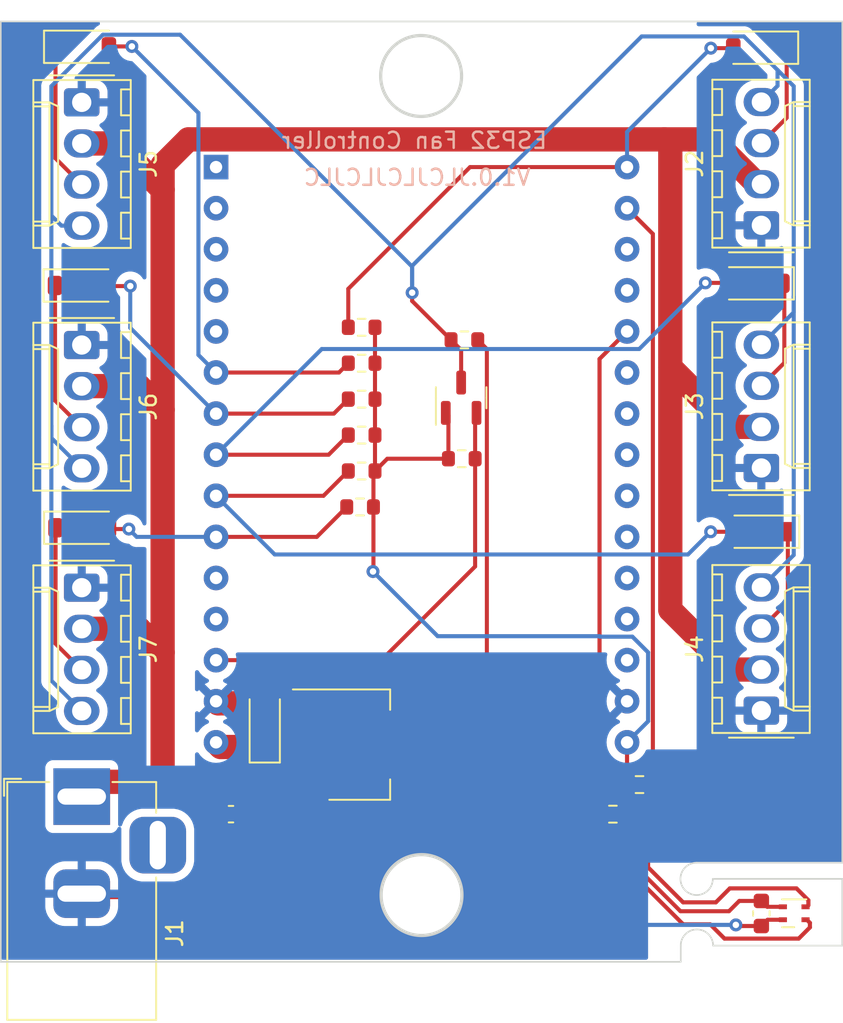
<source format=kicad_pcb>
(kicad_pcb (version 20221018) (generator pcbnew)
  (layers (0 "F.Cu" signal) (31 "B.Cu" signal) (34 "B.Paste" user) (35 "F.Paste" user) (36 "B.SilkS" user "B.Silkscreen") (37 "F.SilkS" user "F.Silkscreen") (38 "B.Mask" user) (39 "F.Mask" user) (44 "Edge.Cuts" user))
  (net 0 "")
  (net 1 "+3.3V")
  (net 2 "GND")
  (net 3 "+12V")
  (net 4 "+5V")
  (net 5 "Net-(D1-K)")
  (net 6 "TACO_1")
  (net 7 "Net-(D2-K)")
  (net 8 "TACO_2")
  (net 9 "Net-(D3-K)")
  (net 10 "TACO_3")
  (net 11 "Net-(D4-K)")
  (net 12 "TACO_4")
  (net 13 "Net-(D5-K)")
  (net 14 "TACO_5")
  (net 15 "Net-(D6-K)")
  (net 16 "TACO_6")
  (net 17 "PWM_OUT")
  (net 18 "PWM_1")
  (net 19 "SDA")
  (net 20 "SCL")
  (footprint "Capacitor_Tantalum_SMD:CP_EIA-3216-18_Kemet-A" (layer "F.Cu") (at 36.311102 63.498734 90)
    (fp_text reference "C4")
    (fp_text value "10uF")
    (pad "1" smd roundrect (at -1.35 0 90) (size 1.4 1.35) (layers "F.Cu" "F.Paste" "F.Mask") (roundrect_rratio 0.1851851852) (net 4 "+5V"))
    (pad "2" smd roundrect (at 1.35 0 90) (size 1.4 1.35) (layers "F.Cu" "F.Paste" "F.Mask") (roundrect_rratio 0.1851851852) (net 2 "GND"))
  )
  (footprint "Capacitor_SMD:C_0603_1608Metric" (layer "F.Cu") (at 34.225 69 180)
    (fp_text reference "C3" hide)
    (fp_text value "10uF")
    (pad "1" smd roundrect (at -0.775 0 180) (size 0.9 0.95) (layers "F.Cu" "F.Paste" "F.Mask") (net 3 "+12V"))
    (pad "2" smd roundrect (at 0.775 0 180) (size 0.9 0.95) (layers "F.Cu" "F.Paste" "F.Mask") (net 2 "GND"))
  )
  (footprint "ESP32:esp32_devkit_v1_doit" (layer "F.Cu") (at 46 29)
    (fp_text reference "U4" hide)
    (fp_text value "ESP32_DevKit_V1_DOIT" hide)
    (pad "1" thru_hole rect (at -12.7 0) (size 1.524 1.524) (drill 0.762) (layers "*.Cu" "*.Mask"))
    (pad "2" thru_hole circle (at -12.7 2.54) (size 1.524 1.524) (drill 0.762) (layers "*.Cu" "*.Mask"))
    (pad "3" thru_hole circle (at -12.7 5.08) (size 1.524 1.524) (drill 0.762) (layers "*.Cu" "*.Mask"))
    (pad "4" thru_hole circle (at -12.7 7.62) (size 1.524 1.524) (drill 0.762) (layers "*.Cu" "*.Mask"))
    (pad "5" thru_hole circle (at -12.7 10.16) (size 1.524 1.524) (drill 0.762) (layers "*.Cu" "*.Mask"))
    (pad "6" thru_hole circle (at -12.7 12.7) (size 1.524 1.524) (drill 0.762) (layers "*.Cu" "*.Mask") (net 12 "TACO_4"))
    (pad "7" thru_hole circle (at -12.7 15.24) (size 1.524 1.524) (drill 0.762) (layers "*.Cu" "*.Mask") (net 14 "TACO_5"))
    (pad "8" thru_hole circle (at -12.7 17.78) (size 1.524 1.524) (drill 0.762) (layers "*.Cu" "*.Mask") (net 8 "TACO_2"))
    (pad "9" thru_hole circle (at -12.7 20.32) (size 1.524 1.524) (drill 0.762) (layers "*.Cu" "*.Mask") (net 10 "TACO_3"))
    (pad "10" thru_hole circle (at -12.7 22.86) (size 1.524 1.524) (drill 0.762) (layers "*.Cu" "*.Mask") (net 16 "TACO_6"))
    (pad "11" thru_hole circle (at -12.7 25.4) (size 1.524 1.524) (drill 0.762) (layers "*.Cu" "*.Mask"))
    (pad "12" thru_hole circle (at -12.7 27.94) (size 1.524 1.524) (drill 0.762) (layers "*.Cu" "*.Mask"))
    (pad "13" thru_hole circle (at -12.7 30.48) (size 1.524 1.524) (drill 0.762) (layers "*.Cu" "*.Mask") (net 18 "PWM_1"))
    (pad "14" thru_hole circle (at -12.7 33.02) (size 1.524 1.524) (drill 0.762) (layers "*.Cu" "*.Mask") (net 2 "GND"))
    (pad "15" thru_hole circle (at -12.7 35.56) (size 1.524 1.524) (drill 0.762) (layers "*.Cu" "*.Mask") (net 4 "+5V"))
    (pad "16" thru_hole circle (at 12.7 35.56) (size 1.524 1.524) (drill 0.762) (layers "*.Cu" "*.Mask") (net 1 "+3.3V"))
    (pad "17" thru_hole circle (at 12.7 33.02) (size 1.524 1.524) (drill 0.762) (layers "*.Cu" "*.Mask") (net 2 "GND"))
    (pad "18" thru_hole circle (at 12.7 30.48) (size 1.524 1.524) (drill 0.762) (layers "*.Cu" "*.Mask"))
    (pad "19" thru_hole circle (at 12.7 27.94) (size 1.524 1.524) (drill 0.762) (layers "*.Cu" "*.Mask"))
    (pad "20" thru_hole circle (at 12.7 25.4) (size 1.524 1.524) (drill 0.762) (layers "*.Cu" "*.Mask"))
    (pad "21" thru_hole circle (at 12.7 22.86) (size 1.524 1.524) (drill 0.762) (layers "*.Cu" "*.Mask"))
    (pad "22" thru_hole circle (at 12.7 20.32) (size 1.524 1.524) (drill 0.762) (layers "*.Cu" "*.Mask"))
    (pad "23" thru_hole circle (at 12.7 17.78) (size 1.524 1.524) (drill 0.762) (layers "*.Cu" "*.Mask"))
    (pad "24" thru_hole circle (at 12.7 15.24) (size 1.524 1.524) (drill 0.762) (layers "*.Cu" "*.Mask"))
    (pad "25" thru_hole circle (at 12.7 12.7) (size 1.524 1.524) (drill 0.762) (layers "*.Cu" "*.Mask"))
    (pad "26" thru_hole circle (at 12.7 10.16) (size 1.524 1.524) (drill 0.762) (layers "*.Cu" "*.Mask") (net 19 "SDA"))
    (pad "27" thru_hole circle (at 12.7 7.62) (size 1.524 1.524) (drill 0.762) (layers "*.Cu" "*.Mask"))
    (pad "28" thru_hole circle (at 12.7 5.08) (size 1.524 1.524) (drill 0.762) (layers "*.Cu" "*.Mask"))
    (pad "29" thru_hole circle (at 12.7 2.54) (size 1.524 1.524) (drill 0.762) (layers "*.Cu" "*.Mask") (net 20 "SCL"))
    (pad "30" thru_hole circle (at 12.7 0) (size 1.524 1.524) (drill 0.762) (layers "*.Cu" "*.Mask") (net 6 "TACO_1"))
  )
  (footprint "Resistor_SMD:R_0603_1608Metric" (layer "F.Cu") (at 42.203176 50.009615)
    (fp_text reference "R10")
    (fp_text value "10K")
    (pad "1" smd roundrect (at -0.825 0) (size 0.8 0.95) (layers "F.Cu" "F.Paste" "F.Mask") (net 16 "TACO_6"))
    (pad "2" smd roundrect (at 0.825 0) (size 0.8 0.95) (layers "F.Cu" "F.Paste" "F.Mask") (net 1 "+3.3V"))
  )
  (footprint "Resistor_SMD:R_0603_1608Metric" (layer "F.Cu") (at 42.299 41.124323)
    (fp_text reference "R8")
    (fp_text value "10K")
    (pad "1" smd roundrect (at -0.825 0) (size 0.8 0.95) (layers "F.Cu" "F.Paste" "F.Mask") (net 12 "TACO_4"))
    (pad "2" smd roundrect (at 0.825 0) (size 0.8 0.95) (layers "F.Cu" "F.Paste" "F.Mask") (net 1 "+3.3V"))
  )
  (footprint "Diode_SMD:D_SOD-123" (layer "F.Cu") (at 25 36.319623)
    (fp_text reference "D5" hide)
    (fp_text value "1N4148")
    (pad "1" smd roundrect (at -1.65 0) (size 0.9 1.2) (layers "F.Cu" "F.Paste" "F.Mask") (net 13 "Net-(D5-K)"))
    (pad "2" smd roundrect (at 1.65 0) (size 0.9 1.2) (layers "F.Cu" "F.Paste" "F.Mask") (net 14 "TACO_5"))
  )
  (footprint "Resistor_SMD:R_0603_1608Metric" (layer "F.Cu") (at 57.825 69 180)
    (fp_text reference "R4" hide)
    (fp_text value "2.4K")
    (pad "1" smd roundrect (at -0.825 0 180) (size 0.8 0.95) (layers "F.Cu" "F.Paste" "F.Mask") (net 1 "+3.3V"))
    (pad "2" smd roundrect (at 0.825 0 180) (size 0.8 0.95) (layers "F.Cu" "F.Paste" "F.Mask") (net 19 "SDA"))
  )
  (footprint "Resistor_SMD:R_0603_1608Metric" (layer "F.Cu") (at 42.299 43.345646)
    (fp_text reference "R9")
    (fp_text value "10K")
    (pad "1" smd roundrect (at -0.825 0) (size 0.8 0.95) (layers "F.Cu" "F.Paste" "F.Mask") (net 14 "TACO_5"))
    (pad "2" smd roundrect (at 0.825 0) (size 0.8 0.95) (layers "F.Cu" "F.Paste" "F.Mask") (net 1 "+3.3V"))
  )
  (footprint "Resistor_SMD:R_0603_1608Metric" (layer "F.Cu") (at 59.470648 67.171351 180)
    (fp_text reference "R5" hide)
    (fp_text value "2.4K")
    (pad "1" smd roundrect (at -0.825 0 180) (size 0.8 0.95) (layers "F.Cu" "F.Paste" "F.Mask") (net 20 "SCL"))
    (pad "2" smd roundrect (at 0.825 0 180) (size 0.8 0.95) (layers "F.Cu" "F.Paste" "F.Mask") (net 1 "+3.3V"))
  )
  (footprint "Diode_SMD:D_SOD-123" (layer "F.Cu") (at 66.65 36.186988 180)
    (fp_text reference "D2" hide)
    (fp_text value "1N4148")
    (pad "1" smd roundrect (at -1.65 0 180) (size 0.9 1.2) (layers "F.Cu" "F.Paste" "F.Mask") (net 7 "Net-(D2-K)"))
    (pad "2" smd roundrect (at 1.65 0 180) (size 0.9 1.2) (layers "F.Cu" "F.Paste" "F.Mask") (net 8 "TACO_2"))
  )
  (footprint "Connector_Molex:Molex_KK-254_AE-6410-04A_1x04_P2.54mm_Vertical" (layer "F.Cu") (at 25 40 -90)
    (fp_text reference "J6" (at 3.81 -4.12 90) (layer "F.SilkS"))
    (fp_text value "Conn_01x04_Pin")
    (pad "1" thru_hole roundrect (at 0 0 270) (size 1.74 2.19) (drill 1.19) (layers "*.Cu" "*.Mask") (roundrect_rratio 0.1436781609) (net 2 "GND"))
    (pad "2" thru_hole oval (at 2.54 0 270) (size 1.74 2.19) (drill 1.19) (layers "*.Cu" "*.Mask") (net 3 "+12V"))
    (pad "3" thru_hole oval (at 5.08 0 270) (size 1.74 2.19) (drill 1.19) (layers "*.Cu" "*.Mask") (net 13 "Net-(D5-K)"))
    (pad "4" thru_hole oval (at 7.62 0 270) (size 1.74 2.19) (drill 1.19) (layers "*.Cu" "*.Mask") (net 17 "PWM_OUT"))
  )
  (footprint "Connector_Molex:Molex_KK-254_AE-6410-04A_1x04_P2.54mm_Vertical" (layer "F.Cu") (at 67 62.6 90)
    (fp_text reference "J4" (at 3.81 -4.12 90) (layer "F.SilkS"))
    (fp_text value "Conn_01x04_Pin")
    (pad "1" thru_hole roundrect (at 0 0 90) (size 1.74 2.19) (drill 1.19) (layers "*.Cu" "*.Mask") (roundrect_rratio 0.1436781609) (net 2 "GND"))
    (pad "2" thru_hole oval (at 2.54 0 90) (size 1.74 2.19) (drill 1.19) (layers "*.Cu" "*.Mask") (net 3 "+12V"))
    (pad "3" thru_hole oval (at 5.08 0 90) (size 1.74 2.19) (drill 1.19) (layers "*.Cu" "*.Mask") (net 9 "Net-(D3-K)"))
    (pad "4" thru_hole oval (at 7.62 0 90) (size 1.74 2.19) (drill 1.19) (layers "*.Cu" "*.Mask") (net 17 "PWM_OUT"))
  )
  (footprint "Resistor_SMD:R_0603_1608Metric" (layer "F.Cu") (at 48.4865 47.027992 180)
    (fp_text reference "R3")
    (fp_text value "10K")
    (pad "1" smd roundrect (at -0.825 0 180) (size 0.8 0.95) (layers "F.Cu" "F.Paste" "F.Mask") (net 18 "PWM_1"))
    (pad "2" smd roundrect (at 0.825 0 180) (size 0.8 0.95) (layers "F.Cu" "F.Paste" "F.Mask") (net 1 "+3.3V"))
  )
  (footprint "Sensor_Humidity:Sensirion_DFN-4_1.5x1.5mm_P0.8mm_SHT4x_NoCentralPad" (layer "F.Cu") (at 69.030258 75.126206 180)
    (fp_text reference "U3" hide)
    (fp_text value "SHT4x" hide)
    (pad "1" smd rect (at -0.7 -0.4 180) (size 0.5 0.3) (layers "F.Cu" "F.Paste" "F.Mask") (net 19 "SDA"))
    (pad "2" smd rect (at -0.7 0.4 180) (size 0.5 0.3) (layers "F.Cu" "F.Paste" "F.Mask") (net 20 "SCL"))
    (pad "3" smd rect (at 0.7 0.4 180) (size 0.5 0.3) (layers "F.Cu" "F.Paste" "F.Mask") (net 1 "+3.3V"))
    (pad "4" smd rect (at 0.7 -0.4 180) (size 0.5 0.3) (layers "F.Cu" "F.Paste" "F.Mask") (net 2 "GND"))
    (zone (net 0) (net_name "") (layer "F.Cu") (connect_pads (clearance 0)) (min_thickness 0.254)
      (keepout (tracks not_allowed) (vias not_allowed) (pads allowed) (copperpour not_allowed) (footprints allowed))
      (fill (thermal_gap 0.508) (thermal_bridge_width 0.508))
      (polygon (pts (xy 68.280258 75.676206) (xy 68.580258 75.676206) (xy 68.580258 75.376206) (xy 68.280258 75.376206) (xy 68.280258 74.876206) (xy 68.580258 74.876206) (xy 68.580258 74.576206) (xy 68.280258 74.576206) (xy 68.280258 74.376206) (xy 69.780258 74.376206) (xy 69.780258 74.576206) (xy 69.480258 74.576206) (xy 69.480258 74.876206) (xy 69.780258 74.876206) (xy 69.780258 75.376206) (xy 69.480258 75.376206) (xy 69.480258 75.676206) (xy 69.780258 75.676206) (xy 69.780258 75.876206) (xy 68.280258 75.876206)))
    )
  )
  (footprint "Diode_SMD:D_SOD-123" (layer "F.Cu") (at 25.030181 21.564682)
    (fp_text reference "D4" hide)
    (fp_text value "1N4148")
    (pad "1" smd roundrect (at -1.65 0) (size 0.9 1.2) (layers "F.Cu" "F.Paste" "F.Mask") (net 11 "Net-(D4-K)"))
    (pad "2" smd roundrect (at 1.65 0) (size 0.9 1.2) (layers "F.Cu" "F.Paste" "F.Mask") (net 12 "TACO_4"))
  )
  (footprint "Package_TO_SOT_SMD:SOT-23" (layer "F.Cu") (at 48.448 43.2585 90)
    (fp_text reference "Q1")
    (fp_text value "2N7002")
    (pad "1" smd roundrect (at -0.9375 -0.95 90) (size 1.475 0.6) (layers "F.Cu" "F.Paste" "F.Mask") (net 1 "+3.3V"))
    (pad "2" smd roundrect (at -0.9375 0.95 90) (size 1.475 0.6) (layers "F.Cu" "F.Paste" "F.Mask") (net 18 "PWM_1"))
    (pad "3" smd roundrect (at 0.9375 0 90) (size 1.475 0.6) (layers "F.Cu" "F.Paste" "F.Mask") (net 17 "PWM_OUT"))
  )
  (footprint "Resistor_SMD:R_0603_1608Metric" (layer "F.Cu") (at 42.299 38.903)
    (fp_text reference "R1")
    (fp_text value "10K")
    (pad "1" smd roundrect (at -0.825 0) (size 0.8 0.95) (layers "F.Cu" "F.Paste" "F.Mask") (net 6 "TACO_1"))
    (pad "2" smd roundrect (at 0.825 0) (size 0.8 0.95) (layers "F.Cu" "F.Paste" "F.Mask") (net 1 "+3.3V"))
  )
  (footprint "Diode_SMD:D_SOD-123" (layer "F.Cu") (at 25.033759 51.295199)
    (fp_text reference "D6" hide)
    (fp_text value "1N4148")
    (pad "1" smd roundrect (at -1.65 0) (size 0.9 1.2) (layers "F.Cu" "F.Paste" "F.Mask") (net 15 "Net-(D6-K)"))
    (pad "2" smd roundrect (at 1.65 0) (size 0.9 1.2) (layers "F.Cu" "F.Paste" "F.Mask") (net 16 "TACO_6"))
  )
  (footprint "Connector_BarrelJack:BarrelJack_Horizontal" (layer "F.Cu") (at 25 67.914 90)
    (fp_text reference "J1" (at -8.45 5.75 90) (layer "F.SilkS"))
    (fp_text value "Barrel_Jack" hide)
    (pad "1" thru_hole rect (at 0 0 90) (size 3.5 3.5) (drill oval 1 3) (layers "*.Cu" "*.Mask") (net 3 "+12V"))
    (pad "2" thru_hole roundrect (at -6 0 90) (size 3 3.5) (drill oval 1 3) (layers "*.Cu" "*.Mask") (net 2 "GND"))
    (pad "3" thru_hole roundrect (at -3 4.7 90) (size 3.5 3.5) (drill oval 3 1) (layers "*.Cu" "*.Mask"))
  )
  (footprint "Diode_SMD:D_SOD-123" (layer "F.Cu") (at 66.986195 51.539596 180)
    (fp_text reference "D3" hide)
    (fp_text value "1N4148")
    (pad "1" smd roundrect (at -1.65 0 180) (size 0.9 1.2) (layers "F.Cu" "F.Paste" "F.Mask") (net 9 "Net-(D3-K)"))
    (pad "2" smd roundrect (at 1.65 0 180) (size 0.9 1.2) (layers "F.Cu" "F.Paste" "F.Mask") (net 10 "TACO_3"))
  )
  (footprint "Resistor_SMD:R_0603_1608Metric" (layer "F.Cu") (at 48.649 39.68383)
    (fp_text reference "R2")
    (fp_text value "10K")
    (pad "1" smd roundrect (at -0.825 0) (size 0.8 0.95) (layers "F.Cu" "F.Paste" "F.Mask") (net 17 "PWM_OUT"))
    (pad "2" smd roundrect (at 0.825 0) (size 0.8 0.95) (layers "F.Cu" "F.Paste" "F.Mask") (net 4 "+5V"))
  )
  (footprint "Connector_Molex:Molex_KK-254_AE-6410-04A_1x04_P2.54mm_Vertical" (layer "F.Cu") (at 25 25 -90)
    (fp_text reference "J5" (at 3.81 -4.12 90) (layer "F.SilkS"))
    (fp_text value "Conn_01x04_Pin")
    (pad "1" thru_hole roundrect (at 0 0 270) (size 1.74 2.19) (drill 1.19) (layers "*.Cu" "*.Mask") (roundrect_rratio 0.1436781609) (net 2 "GND"))
    (pad "2" thru_hole oval (at 2.54 0 270) (size 1.74 2.19) (drill 1.19) (layers "*.Cu" "*.Mask") (net 3 "+12V"))
    (pad "3" thru_hole oval (at 5.08 0 270) (size 1.74 2.19) (drill 1.19) (layers "*.Cu" "*.Mask") (net 11 "Net-(D4-K)"))
    (pad "4" thru_hole oval (at 7.62 0 270) (size 1.74 2.19) (drill 1.19) (layers "*.Cu" "*.Mask") (net 17 "PWM_OUT"))
  )
  (footprint "Connector_Molex:Molex_KK-254_AE-6410-04A_1x04_P2.54mm_Vertical" (layer "F.Cu") (at 67 32.6 90)
    (fp_text reference "J2" (at 3.81 -4.12 90) (layer "F.SilkS"))
    (fp_text value "Conn_01x04_Pin")
    (pad "1" thru_hole roundrect (at 0 0 90) (size 1.74 2.19) (drill 1.19) (layers "*.Cu" "*.Mask") (roundrect_rratio 0.1436781609) (net 2 "GND"))
    (pad "2" thru_hole oval (at 2.54 0 90) (size 1.74 2.19) (drill 1.19) (layers "*.Cu" "*.Mask") (net 3 "+12V"))
    (pad "3" thru_hole oval (at 5.08 0 90) (size 1.74 2.19) (drill 1.19) (layers "*.Cu" "*.Mask") (net 5 "Net-(D1-K)"))
    (pad "4" thru_hole oval (at 7.62 0 90) (size 1.74 2.19) (drill 1.19) (layers "*.Cu" "*.Mask") (net 17 "PWM_OUT"))
  )
  (footprint "Connector_Molex:Molex_KK-254_AE-6410-04A_1x04_P2.54mm_Vertical" (layer "F.Cu") (at 67 47.6 90)
    (fp_text reference "J3" (at 3.81 -4.12 90) (layer "F.SilkS"))
    (fp_text value "Conn_01x04_Pin")
    (pad "1" thru_hole roundrect (at 0 0 90) (size 1.74 2.19) (drill 1.19) (layers "*.Cu" "*.Mask") (roundrect_rratio 0.1436781609) (net 2 "GND"))
    (pad "2" thru_hole oval (at 2.54 0 90) (size 1.74 2.19) (drill 1.19) (layers "*.Cu" "*.Mask") (net 3 "+12V"))
    (pad "3" thru_hole oval (at 5.08 0 90) (size 1.74 2.19) (drill 1.19) (layers "*.Cu" "*.Mask") (net 7 "Net-(D2-K)"))
    (pad "4" thru_hole oval (at 7.62 0 90) (size 1.74 2.19) (drill 1.19) (layers "*.Cu" "*.Mask") (net 17 "PWM_OUT"))
  )
  (footprint "Resistor_SMD:R_0603_1608Metric" (layer "F.Cu") (at 42.299 47.788292)
    (fp_text reference "R7")
    (fp_text value "10K")
    (pad "1" smd roundrect (at -0.825 0) (size 0.8 0.95) (layers "F.Cu" "F.Paste" "F.Mask") (net 10 "TACO_3"))
    (pad "2" smd roundrect (at 0.825 0) (size 0.8 0.95) (layers "F.Cu" "F.Paste" "F.Mask") (net 1 "+3.3V"))
  )
  (footprint "Package_TO_SOT_SMD:SOT-223-3_TabPin2" (layer "F.Cu") (at 42.15 64.7)
    (fp_text reference "U2")
    (fp_text value "AMS1117-5.0")
    (pad "1" smd rect (at -3.15 -2.3) (size 2 1.5) (layers "F.Cu" "F.Paste" "F.Mask") (net 2 "GND"))
    (pad "2" smd rect (at -3.15 0) (size 2 1.5) (layers "F.Cu" "F.Paste" "F.Mask") (net 4 "+5V"))
    (pad "2" smd rect (at 3.15 0) (size 2 3.8) (layers "F.Cu" "F.Paste" "F.Mask") (net 4 "+5V"))
    (pad "3" smd rect (at -3.15 2.3) (size 2 1.5) (layers "F.Cu" "F.Paste" "F.Mask") (net 3 "+12V"))
  )
  (footprint "Capacitor_SMD:C_0603_1608Metric" (layer "F.Cu") (at 67 75.139206 -90)
    (fp_text reference "C1" hide)
    (fp_text value "100nF" hide)
    (pad "1" smd roundrect (at -0.775 0 270) (size 0.9 0.95) (layers "F.Cu" "F.Paste" "F.Mask") (net 1 "+3.3V"))
    (pad "2" smd roundrect (at 0.775 0 270) (size 0.9 0.95) (layers "F.Cu" "F.Paste" "F.Mask") (net 2 "GND"))
  )
  (footprint "Diode_SMD:D_SOD-123" (layer "F.Cu") (at 66.915096 21.620365 180)
    (fp_text reference "D1" hide)
    (fp_text value "1N4148")
    (pad "1" smd roundrect (at -1.65 0 180) (size 0.9 1.2) (layers "F.Cu" "F.Paste" "F.Mask") (net 5 "Net-(D1-K)"))
    (pad "2" smd roundrect (at 1.65 0 180) (size 0.9 1.2) (layers "F.Cu" "F.Paste" "F.Mask") (net 6 "TACO_1"))
  )
  (footprint "Resistor_SMD:R_0603_1608Metric" (layer "F.Cu") (at 42.299 45.566969)
    (fp_text reference "R6")
    (fp_text value "10K")
    (pad "1" smd roundrect (at -0.825 0) (size 0.8 0.95) (layers "F.Cu" "F.Paste" "F.Mask") (net 8 "TACO_2"))
    (pad "2" smd roundrect (at 0.825 0) (size 0.8 0.95) (layers "F.Cu" "F.Paste" "F.Mask") (net 1 "+3.3V"))
  )
  (footprint "Connector_Molex:Molex_KK-254_AE-6410-04A_1x04_P2.54mm_Vertical" (layer "F.Cu") (at 25 55 -90)
    (fp_text reference "J7" (at 3.81 -4.12 90) (layer "F.SilkS"))
    (fp_text value "Conn_01x04_Pin")
    (pad "1" thru_hole roundrect (at 0 0 270) (size 1.74 2.19) (drill 1.19) (layers "*.Cu" "*.Mask") (roundrect_rratio 0.1436781609) (net 2 "GND"))
    (pad "2" thru_hole oval (at 2.54 0 270) (size 1.74 2.19) (drill 1.19) (layers "*.Cu" "*.Mask") (net 3 "+12V"))
    (pad "3" thru_hole oval (at 5.08 0 270) (size 1.74 2.19) (drill 1.19) (layers "*.Cu" "*.Mask") (net 15 "Net-(D6-K)"))
    (pad "4" thru_hole oval (at 7.62 0 270) (size 1.74 2.19) (drill 1.19) (layers "*.Cu" "*.Mask") (net 17 "PWM_OUT"))
  )
  (gr_arc (start 64 73) (mid 63 74) (end 62 73) (stroke (width 0.1)) (layer "Edge.Cuts"))
  (gr_circle (center 45.974 23.368) (end 48.474 23.368) (stroke (width 0.2)) (fill none) (layer "Edge.Cuts"))
  (gr_line (start 72 77.124781) (end 64.018004 77.124781) (stroke (width 0.1)) (layer "Edge.Cuts"))
  (gr_line (start 20 20) (end 72 20) (stroke (width 0.1)) (layer "Edge.Cuts"))
  (gr_circle (center 46 74) (end 48.5 74) (stroke (width 0.2)) (fill none) (layer "Edge.Cuts"))
  (gr_arc (start 63 76.124781) (mid 63.718727 76.41128) (end 64.018004 77.124781) (stroke (width 0.1)) (layer "Edge.Cuts"))
  (gr_line (start 72 73) (end 64 73) (stroke (width 0.1)) (layer "Edge.Cuts"))
  (gr_line (start 62.017866 78.128) (end 62.017866 77.118334) (stroke (width 0.1)) (layer "Edge.Cuts"))
  (gr_arc (start 62 73) (mid 62.292893 72.292893) (end 63 72) (stroke (width 0.1)) (layer "Edge.Cuts"))
  (gr_arc (start 62.017707 77.118333) (mid 62.306608 76.421603) (end 63 76.124781) (stroke (width 0.1)) (layer "Edge.Cuts"))
  (gr_line (start 20 78.128) (end 20 20) (stroke (width 0.1)) (layer "Edge.Cuts"))
  (gr_line (start 20 78.128) (end 62.017866 78.128) (stroke (width 0.1)) (layer "Edge.Cuts"))
  (gr_line (start 72 77.124781) (end 72 73) (stroke (width 0.1)) (layer "Edge.Cuts"))
  (gr_line (start 72 72) (end 63 72) (stroke (width 0.1)) (layer "Edge.Cuts"))
  (gr_line (start 72 72) (end 72 20) (stroke (width 0.1)) (layer "Edge.Cuts"))
  (gr_text "V1.0.JLCJLCJLCJLC" (at 52.832 30.226) (layer "B.SilkS") (effects (font (size 1 1)) (justify left bottom mirror)))
  (gr_text "ESP32 Fan Controller" (at 53.848 27.94) (layer "B.SilkS") (effects (font (size 1 1)) (justify left bottom mirror)))
  (segment (start 47.6615 44.3595) (end 47.498 44.196) (width 0.25) (layer "F.Cu") (net 1))
  (segment (start 43.028176 50.009615) (end 43.028176 53.971824) (width 0.25) (layer "F.Cu") (net 1))
  (segment (start 47.6615 47.027992) (end 47.6615 44.3595) (width 0.25) (layer "F.Cu") (net 1))
  (segment (start 43.028176 50.009615) (end 43.028176 47.884116) (width 0.25) (layer "F.Cu") (net 1))
  (segment (start 65.635794 74.364206) (end 67 74.364206) (width 0.25) (layer "F.Cu") (net 1))
  (segment (start 43.124 41.124323) (end 43.124 38.903) (width 0.25) (layer "F.Cu") (net 1))
  (segment (start 58.7 69.05) (end 58.7 71.7) (width 0.254) (layer "F.Cu") (net 1))
  (segment (start 58.645648 67.171351) (end 58.7 67.116999) (width 0.254) (layer "F.Cu") (net 1))
  (segment (start 58.7 67.116999) (end 58.7 64.56) (width 0.254) (layer "F.Cu") (net 1))
  (segment (start 43.028176 53.971824) (end 43 54) (width 0.25) (layer "F.Cu") (net 1))
  (segment (start 58.645648 67.171351) (end 58.645648 68.995648) (width 0.254) (layer "F.Cu") (net 1))
  (segment (start 62 75) (end 65 75) (width 0.25) (layer "F.Cu") (net 1))
  (segment (start 67.362 74.726206) (end 67 74.364206) (width 0.25) (layer "F.Cu") (net 1))
  (segment (start 58.645648 68.995648) (end 58.65 69) (width 0.254) (layer "F.Cu") (net 1))
  (segment (start 68.330258 74.726206) (end 67.362 74.726206) (width 0.25) (layer "F.Cu") (net 1))
  (segment (start 43.124 45.566969) (end 43.124 43.345646) (width 0.25) (layer "F.Cu") (net 1))
  (segment (start 58.65 69) (end 58.7 69.05) (width 0.254) (layer "F.Cu") (net 1))
  (segment (start 43.028176 47.884116) (end 43.124 47.788292) (width 0.25) (layer "F.Cu") (net 1))
  (segment (start 58.7 71.7) (end 62 75) (width 0.25) (layer "F.Cu") (net 1))
  (segment (start 65 75) (end 65.635794 74.364206) (width 0.25) (layer "F.Cu") (net 1))
  (segment (start 47.6615 47.027992) (end 43.8843 47.027992) (width 0.25) (layer "F.Cu") (net 1))
  (segment (start 43.124 43.345646) (end 43.124 41.124323) (width 0.25) (layer "F.Cu") (net 1))
  (segment (start 43.124 47.788292) (end 43.124 45.566969) (width 0.25) (layer "F.Cu") (net 1))
  (segment (start 43.8843 47.027992) (end 43.124 47.788292) (width 0.25) (layer "F.Cu") (net 1))
  (via (at 43 54) (size 0.8) (drill 0.4) (layers "F.Cu" "B.Cu") (net 1))
  (segment (start 57 58) (end 57.029 58.029) (width 0.254) (layer "B.Cu") (net 1))
  (segment (start 57 58) (end 47 58) (width 0.254) (layer "B.Cu") (net 1))
  (segment (start 60 63.26) (end 58.7 64.56) (width 0.254) (layer "B.Cu") (net 1))
  (segment (start 57.029 58.029) (end 59.029 58.029) (width 0.254) (layer "B.Cu") (net 1))
  (segment (start 60 59) (end 60 63.26) (width 0.254) (layer "B.Cu") (net 1))
  (segment (start 59.029 58.029) (end 60 59) (width 0.254) (layer "B.Cu") (net 1))
  (segment (start 47 58) (end 43 54) (width 0.254) (layer "B.Cu") (net 1))
  (segment (start 39 62.4) (end 36.562368 62.4) (width 1.5) (layer "F.Cu") (net 2))
  (segment (start 32 74) (end 25.086 74) (width 0.508) (layer "F.Cu") (net 2))
  (segment (start 36.562368 62.4) (end 36.311102 62.148734) (width 1.5) (layer "F.Cu") (net 2))
  (segment (start 25.086 74) (end 25 73.914) (width 0.508) (layer "F.Cu") (net 2))
  (segment (start 67.388 75.526206) (end 67 75.914206) (width 0.25) (layer "F.Cu") (net 2))
  (segment (start 33.45 69) (end 33.45 72.55) (width 0.508) (layer "F.Cu") (net 2))
  (segment (start 36.311102 62.148734) (end 33.428734 62.148734) (width 1.5) (layer "F.Cu") (net 2))
  (segment (start 67 75.914206) (end 65.492931 75.914206) (width 0.254) (layer "F.Cu") (net 2))
  (segment (start 33.428734 62.148734) (end 33.3 62.02) (width 1.5) (layer "F.Cu") (net 2))
  (segment (start 65.492931 75.914206) (end 65.424062 75.845337) (width 0.254) (layer "F.Cu") (net 2))
  (segment (start 68.330258 75.526206) (end 67.388 75.526206) (width 0.25) (layer "F.Cu") (net 2))
  (segment (start 33.45 72.55) (end 32 74) (width 0.508) (layer "F.Cu") (net 2))
  (via (at 65.424062 75.845337) (size 0.8) (drill 0.4) (layers "F.Cu" "B.Cu") (net 2))
  (segment (start 65.424062 75.845337) (end 59.154663 75.845337) (width 0.254) (layer "B.Cu") (net 2))
  (segment (start 61 27.288) (end 63.969131 27.288) (width 1.5) (layer "F.Cu") (net 3))
  (segment (start 36 67) (end 30 67) (width 1.5) (layer "F.Cu") (net 3))
  (segment (start 30 67) (end 30 59) (width 1.5) (layer "F.Cu") (net 3))
  (segment (start 25.914 67) (end 25 67.914) (width 1.5) (layer "F.Cu") (net 3))
  (segment (start 61.372648 41.372648) (end 61.372648 56.372648) (width 1.5) (layer "F.Cu") (net 3))
  (segment (start 61 27.288) (end 61.372648 27.660648) (width 1.5) (layer "F.Cu") (net 3))
  (segment (start 28.54 57.54) (end 25 57.54) (width 1.5) (layer "F.Cu") (net 3))
  (segment (start 30 67) (end 25.914 67) (width 1.5) (layer "F.Cu") (net 3))
  (segment (start 66.741131 30.06) (end 67 30.06) (width 1.5) (layer "F.Cu") (net 3))
  (segment (start 61.372648 27.660648) (end 61.372648 41.372648) (width 1.5) (layer "F.Cu") (net 3))
  (segment (start 30 30.395) (end 30 28.876) (width 1.5) (layer "F.Cu") (net 3))
  (segment (start 28.54 42.54) (end 25 42.54) (width 1.5) (layer "F.Cu") (net 3))
  (segment (start 36 68) (end 36 67) (width 0.508) (layer "F.Cu") (net 3))
  (segment (start 27.145 27.54) (end 25 27.54) (width 1.5) (layer "F.Cu") (net 3))
  (segment (start 31.588 27.288) (end 61 27.288) (width 1.5) (layer "F.Cu") (net 3))
  (segment (start 30 44) (end 28.54 42.54) (width 1.5) (layer "F.Cu") (net 3))
  (segment (start 65.06 45.06) (end 67 45.06) (width 1.5) (layer "F.Cu") (net 3))
  (segment (start 61.372648 41.372648) (end 65.06 45.06) (width 1.5) (layer "F.Cu") (net 3))
  (segment (start 30 30.395) (end 27.145 27.54) (width 1.5) (layer "F.Cu") (net 3))
  (segment (start 61.372648 56.372648) (end 65.06 60.06) (width 1.5) (layer "F.Cu") (net 3))
  (segment (start 39 67) (end 36 67) (width 1.5) (layer "F.Cu") (net 3))
  (segment (start 30 59) (end 28.54 57.54) (width 1.5) (layer "F.Cu") (net 3))
  (segment (start 30 28.876) (end 31.588 27.288) (width 1.5) (layer "F.Cu") (net 3))
  (segment (start 30 44) (end 30 30.395) (width 1.5) (layer "F.Cu") (net 3))
  (segment (start 35 69) (end 36 68) (width 0.508) (layer "F.Cu") (net 3))
  (segment (start 65.06 60.06) (end 67 60.06) (width 1.5) (layer "F.Cu") (net 3))
  (segment (start 63.969131 27.288) (end 66.741131 30.06) (width 1.5) (layer "F.Cu") (net 3))
  (segment (start 30 59) (end 30 44) (width 1.5) (layer "F.Cu") (net 3))
  (segment (start 39 64.7) (end 36.459836 64.7) (width 1.5) (layer "F.Cu") (net 4))
  (segment (start 36.311102 64.848734) (end 33.588734 64.848734) (width 1.5) (layer "F.Cu") (net 4))
  (segment (start 36.459836 64.7) (end 36.311102 64.848734) (width 1.5) (layer "F.Cu") (net 4))
  (segment (start 50.0365 59.9635) (end 45.3 64.7) (width 0.25) (layer "F.Cu") (net 4))
  (segment (start 45.3 64.7) (end 39 64.7) (width 1.5) (layer "F.Cu") (net 4))
  (segment (start 33.588734 64.848734) (end 33.3 64.56) (width 1.5) (layer "F.Cu") (net 4))
  (segment (start 50.0365 40.24633) (end 50.0365 59.9635) (width 0.25) (layer "F.Cu") (net 4))
  (segment (start 49.474 39.68383) (end 50.0365 40.24633) (width 0.25) (layer "F.Cu") (net 4))
  (segment (start 68.565096 25.954904) (end 67 27.52) (width 0.25) (layer "F.Cu") (net 5))
  (segment (start 68.565096 21.620365) (end 68.565096 25.954904) (width 0.25) (layer "F.Cu") (net 5))
  (segment (start 41.474 36.526) (end 49 29) (width 0.25) (layer "F.Cu") (net 6))
  (segment (start 65.23627 21.649191) (end 65.265096 21.620365) (width 0.25) (layer "F.Cu") (net 6))
  (segment (start 41.474 38.903) (end 41.474 36.526) (width 0.25) (layer "F.Cu") (net 6))
  (segment (start 63.878446 21.649191) (end 65.23627 21.649191) (width 0.25) (layer "F.Cu") (net 6))
  (segment (start 49 29) (end 58.7 29) (width 0.25) (layer "F.Cu") (net 6))
  (via (at 63.878446 21.649191) (size 0.8) (drill 0.4) (layers "F.Cu" "B.Cu") (net 6))
  (segment (start 58.7 26.827637) (end 63.878446 21.649191) (width 0.25) (layer "B.Cu") (net 6))
  (segment (start 58.7 29) (end 58.7 26.827637) (width 0.25) (layer "B.Cu") (net 6))
  (segment (start 68.42 36.306988) (end 68.42 41.1) (width 0.25) (layer "F.Cu") (net 7))
  (segment (start 68.42 41.1) (end 67 42.52) (width 0.25) (layer "F.Cu") (net 7))
  (segment (start 68.3 36.186988) (end 68.42 36.306988) (width 0.25) (layer "F.Cu") (net 7))
  (segment (start 64.971532 36.15852) (end 65 36.186988) (width 0.25) (layer "F.Cu") (net 8))
  (segment (start 40.260969 46.78) (end 33.3 46.78) (width 0.25) (layer "F.Cu") (net 8))
  (segment (start 63.542472 36.15852) (end 64.971532 36.15852) (width 0.25) (layer "F.Cu") (net 8))
  (segment (start 41.474 45.566969) (end 40.260969 46.78) (width 0.25) (layer "F.Cu") (net 8))
  (via (at 63.542472 36.15852) (size 0.8) (drill 0.4) (layers "F.Cu" "B.Cu") (net 8))
  (segment (start 63.542472 36.15852) (end 59.453992 40.247) (width 0.25) (layer "B.Cu") (net 8))
  (segment (start 59.453992 40.247) (end 39.833 40.247) (width 0.25) (layer "B.Cu") (net 8))
  (segment (start 39.833 40.247) (end 33.3 46.78) (width 0.25) (layer "B.Cu") (net 8))
  (segment (start 68.636195 55.883805) (end 67 57.52) (width 0.25) (layer "F.Cu") (net 9))
  (segment (start 68.636195 51.539596) (end 68.636195 55.883805) (width 0.25) (layer "F.Cu") (net 9))
  (segment (start 41.474 47.788292) (end 39.942292 49.32) (width 0.25) (layer "F.Cu") (net 10))
  (segment (start 63.868556 51.544691) (end 65.3311 51.544691) (width 0.25) (layer "F.Cu") (net 10))
  (segment (start 65.3311 51.544691) (end 65.336195 51.539596) (width 0.25) (layer "F.Cu") (net 10))
  (segment (start 39.942292 49.32) (end 33.3 49.32) (width 0.25) (layer "F.Cu") (net 10))
  (via (at 63.868556 51.544691) (size 0.8) (drill 0.4) (layers "F.Cu" "B.Cu") (net 10))
  (segment (start 36.927 52.947) (end 33.3 49.32) (width 0.25) (layer "B.Cu") (net 10))
  (segment (start 62.466247 52.947) (end 36.927 52.947) (width 0.25) (layer "B.Cu") (net 10))
  (segment (start 63.868556 51.544691) (end 62.466247 52.947) (width 0.25) (layer "B.Cu") (net 10))
  (segment (start 23.380181 21.564682) (end 23.380181 28.460181) (width 0.25) (layer "F.Cu") (net 11))
  (segment (start 23.380181 28.460181) (end 25 30.08) (width 0.25) (layer "F.Cu") (net 11))
  (segment (start 40.898323 41.7) (end 33.3 41.7) (width 0.25) (layer "F.Cu") (net 12))
  (segment (start 26.702206 21.542657) (end 26.680181 21.564682) (width 0.25) (layer "F.Cu") (net 12))
  (segment (start 41.474 41.124323) (end 40.898323 41.7) (width 0.25) (layer "F.Cu") (net 12))
  (segment (start 28.099487 21.542657) (end 26.702206 21.542657) (width 0.25) (layer "F.Cu") (net 12))
  (via (at 28.099487 21.542657) (size 0.8) (drill 0.4) (layers "F.Cu" "B.Cu") (net 12))
  (segment (start 33.3 41.7) (end 32.213 40.613) (width 0.25) (layer "B.Cu") (net 12))
  (segment (start 32.213 40.613) (end 32.213 25.65617) (width 0.25) (layer "B.Cu") (net 12))
  (segment (start 32.213 25.65617) (end 28.099487 21.542657) (width 0.25) (layer "B.Cu") (net 12))
  (segment (start 23.35 43.43) (end 25 45.08) (width 0.25) (layer "F.Cu") (net 13))
  (segment (start 23.35 36.319623) (end 23.35 43.43) (width 0.25) (layer "F.Cu") (net 13))
  (segment (start 26.68706 36.356683) (end 26.65 36.319623) (width 0.25) (layer "F.Cu") (net 14))
  (segment (start 41.474 43.345646) (end 40.579646 44.24) (width 0.25) (layer "F.Cu") (net 14))
  (segment (start 28 36.356683) (end 26.68706 36.356683) (width 0.25) (layer "F.Cu") (net 14))
  (segment (start 40.579646 44.24) (end 33.3 44.24) (width 0.25) (layer "F.Cu") (net 14))
  (via (at 28 36.356683) (size 0.8) (drill 0.4) (layers "F.Cu" "B.Cu") (net 14))
  (segment (start 33.3 44.24) (end 28 38.94) (width 0.25) (layer "B.Cu") (net 14))
  (segment (start 28 38.94) (end 28 36.356683) (width 0.25) (layer "B.Cu") (net 14))
  (segment (start 23.383759 58.463759) (end 25 60.08) (width 0.25) (layer "F.Cu") (net 15))
  (segment (start 23.383759 51.295199) (end 23.383759 58.463759) (width 0.25) (layer "F.Cu") (net 15))
  (segment (start 39.527791 51.86) (end 33.3 51.86) (width 0.25) (layer "F.Cu") (net 16))
  (segment (start 41.378176 50.009615) (end 39.527791 51.86) (width 0.25) (layer "F.Cu") (net 16))
  (segment (start 26.763934 51.375374) (end 26.683759 51.295199) (width 0.25) (layer "F.Cu") (net 16))
  (segment (start 27.910567 51.375374) (end 26.763934 51.375374) (width 0.25) (layer "F.Cu") (net 16))
  (via (at 27.910567 51.375374) (size 0.8) (drill 0.4) (layers "F.Cu" "B.Cu") (net 16))
  (segment (start 28.395193 51.86) (end 27.910567 51.375374) (width 0.25) (layer "B.Cu") (net 16))
  (segment (start 33.3 51.86) (end 28.395193 51.86) (width 0.25) (layer "B.Cu") (net 16))
  (segment (start 45.420377 37.280207) (end 45.420377 36.765827) (width 0.25) (layer "F.Cu") (net 17))
  (segment (start 47.824 39.68383) (end 45.420377 37.280207) (width 0.25) (layer "F.Cu") (net 17))
  (segment (start 48.448 40.30783) (end 47.824 39.68383) (width 0.25) (layer "F.Cu") (net 17))
  (segment (start 48.448 42.321) (end 48.448 40.30783) (width 0.25) (layer "F.Cu") (net 17))
  (via (at 45.420377 36.765827) (size 0.8) (drill 0.4) (layers "F.Cu" "B.Cu") (net 17))
  (segment (start 69 37) (end 69 24) (width 0.25) (layer "B.Cu") (net 17))
  (segment (start 68 23.98) (end 68 23) (width 0.25) (layer "B.Cu") (net 17))
  (segment (start 45.420377 35.105413) (end 59.601599 20.924191) (width 0.25) (layer "B.Cu") (net 17))
  (segment (start 23.125 45.745) (end 23.125 45) (width 0.25) (layer "B.Cu") (net 17))
  (segment (start 67 54.98) (end 69 52.98) (width 0.25) (layer "B.Cu") (net 17))
  (segment (start 25 47.62) (end 23.125 45.745) (width 0.25) (layer "B.Cu") (net 17))
  (segment (start 25 62.62) (end 23.125 60.745) (width 0.25) (layer "B.Cu") (net 17))
  (segment (start 31.080553 20.817657) (end 26.307343 20.817657) (width 0.25) (layer "B.Cu") (net 17))
  (segment (start 45.420377 36.765827) (end 45.420377 35.157481) (width 0.25) (layer "B.Cu") (net 17))
  (segment (start 59.601599 20.924191) (end 65.924191 20.924191) (width 0.25) (layer "B.Cu") (net 17))
  (segment (start 69 52.98) (end 69 37) (width 0.25) (layer "B.Cu") (net 17))
  (segment (start 69 37.98) (end 69 37) (width 0.25) (layer "B.Cu") (net 17))
  (segment (start 23.125 45) (end 23.125 32) (width 0.25) (layer "B.Cu") (net 17))
  (segment (start 23.745 32.62) (end 23.125 32) (width 0.25) (layer "B.Cu") (net 17))
  (segment (start 67 24.98) (end 68 23.98) (width 0.25) (layer "B.Cu") (net 17))
  (segment (start 45.420377 35.157481) (end 31.080553 20.817657) (width 0.25) (layer "B.Cu") (net 17))
  (segment (start 67 39.98) (end 69 37.98) (width 0.25) (layer "B.Cu") (net 17))
  (segment (start 65.924191 20.924191) (end 68 23) (width 0.25) (layer "B.Cu") (net 17))
  (segment (start 23.125 60.745) (end 23.125 45) (width 0.25) (layer "B.Cu") (net 17))
  (segment (start 45.420377 36.765827) (end 45.420377 35.105413) (width 0.25) (layer "B.Cu") (net 17))
  (segment (start 23.125 24) (end 23.125 32) (width 0.25) (layer "B.Cu") (net 17))
  (segment (start 69 24) (end 68 23) (width 0.25) (layer "B.Cu") (net 17))
  (segment (start 26.307343 20.817657) (end 23.125 24) (width 0.25) (layer "B.Cu") (net 17))
  (segment (start 25 32.62) (end 23.745 32.62) (width 0.25) (layer "B.Cu") (net 17))
  (segment (start 33.3 59.48) (end 43.52 59.48) (width 0.25) (layer "F.Cu") (net 18))
  (segment (start 49.3115 44.2825) (end 49.398 44.196) (width 0.25) (layer "F.Cu") (net 18))
  (segment (start 43.52 59.48) (end 49.3115 53.6885) (width 0.25) (layer "F.Cu") (net 18))
  (segment (start 49.3115 47.027992) (end 49.3115 44.2825) (width 0.25) (layer "F.Cu") (net 18))
  (segment (start 49.3115 53.6885) (end 49.3115 47.027992) (width 0.25) (layer "F.Cu") (net 18))
  (segment (start 57 70.642053) (end 57 69) (width 0.254) (layer "F.Cu") (net 19))
  (segment (start 69.730258 75.526206) (end 69.809864 75.526206) (width 0.254) (layer "F.Cu") (net 19))
  (segment (start 70 76) (end 69.308794 76.691206) (width 0.254) (layer "F.Cu") (net 19))
  (segment (start 57 69) (end 57 40.86) (width 0.254) (layer "F.Cu") (net 19))
  (segment (start 69.809864 75.526206) (end 70 75.716342) (width 0.254) (layer "F.Cu") (net 19))
  (segment (start 69.308794 76.691206) (end 64.720566 76.691206) (width 0.254) (layer "F.Cu") (net 19))
  (segment (start 64.720566 76.691206) (end 63.840244 75.810884) (width 0.254) (layer "F.Cu") (net 19))
  (segment (start 62.168831 75.810884) (end 57 70.642053) (width 0.254) (layer "F.Cu") (net 19))
  (segment (start 57 40.86) (end 58.7 39.16) (width 0.254) (layer "F.Cu") (net 19))
  (segment (start 70 75.716342) (end 70 76) (width 0.254) (layer "F.Cu") (net 19))
  (segment (start 63.840244 75.810884) (end 62.168831 75.810884) (width 0.254) (layer "F.Cu") (net 19))
  (segment (start 60.295648 33.135648) (end 58.7 31.54) (width 0.254) (layer "F.Cu") (net 20))
  (segment (start 62.164098 74.450945) (end 60 72.286847) (width 0.254) (layer "F.Cu") (net 20))
  (segment (start 69.170864 73.587206) (end 65.052476 73.587206) (width 0.254) (layer "F.Cu") (net 20))
  (segment (start 69.907258 74.628812) (end 69.907258 74.3236) (width 0.254) (layer "F.Cu") (net 20))
  (segment (start 69.730258 74.726206) (end 69.809864 74.726206) (width 0.254) (layer "F.Cu") (net 20))
  (segment (start 60 72.286847) (end 60 67.466999) (width 0.254) (layer "F.Cu") (net 20))
  (segment (start 69.809864 74.726206) (end 69.907258 74.628812) (width 0.254) (layer "F.Cu") (net 20))
  (segment (start 65.052476 73.587206) (end 64.188737 74.450945) (width 0.254) (layer "F.Cu") (net 20))
  (segment (start 60 67.466999) (end 60.295648 67.171351) (width 0.254) (layer "F.Cu") (net 20))
  (segment (start 64.188737 74.450945) (end 62.164098 74.450945) (width 0.254) (layer "F.Cu") (net 20))
  (segment (start 60.295648 67.171351) (end 60.295648 33.135648) (width 0.254) (layer "F.Cu") (net 20))
  (segment (start 69.907258 74.3236) (end 69.170864 73.587206) (width 0.254) (layer "F.Cu") (net 20))
  (zone (net 4) (net_name "+5V") (layer "F.Cu") (priority 1) (connect_pads (clearance 0.5)) (min_thickness 0.25) (fill yes (thermal_gap 0.5) (thermal_bridge_width 0.5))
    (polygon (pts (xy 40.64 60.96) (xy 40.64 68.326) (xy 50.038 68.326) (xy 50.038 60.96)))
  )
  (zone (net 2) (net_name "GND") (layer "B.Cu") (connect_pads (clearance 0.5)) (min_thickness 0.25) (fill yes (thermal_gap 0.5) (thermal_bridge_width 0.5))
    (polygon (pts (xy 20 78) (xy 60 78) (xy 60 72) (xy 72 72) (xy 72 20) (xy 63 20) (xy 63 65) (xy 60 65) (xy 60 59) (xy 32 59) (xy 32 66) (xy 29 66) (xy 29 20) (xy 20 20)))
  )
)
</source>
